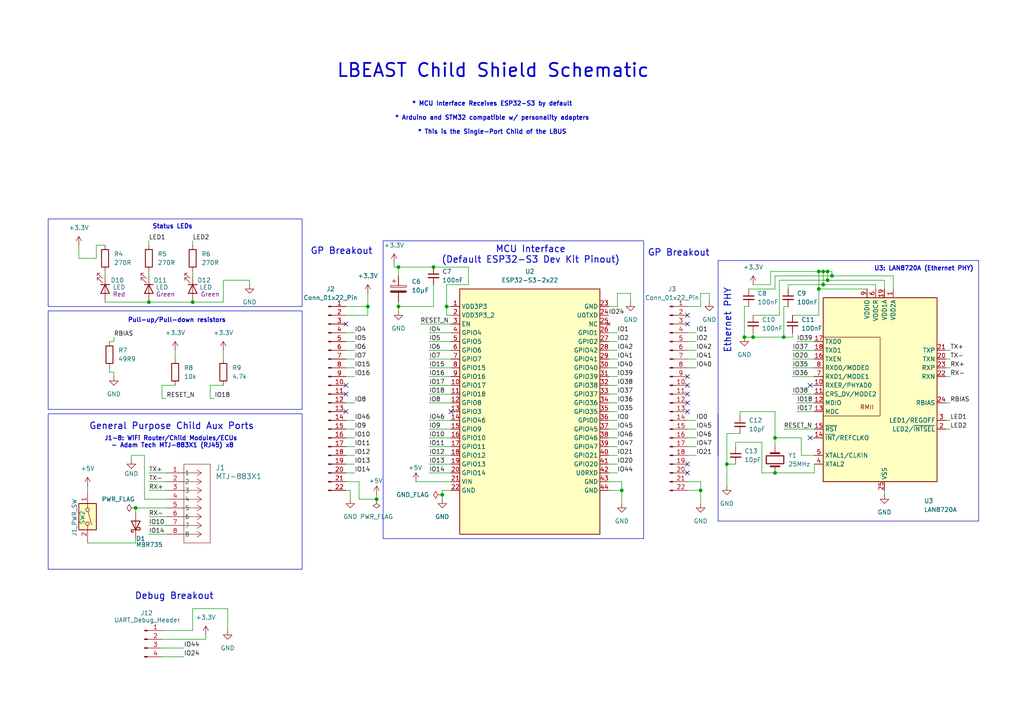
<source format=kicad_sch>
(kicad_sch (version 20250114) (generator "eeschema") (generator_version "9.0")
  (paper "A4")
  (title_block (title "LBEAST Child Shield") (date "2025-11-16") (rev "0.1") (company "LBEAST") (comment 1 "Universal Shield with 8 Aux Ports") (comment 2 "Supports ESP32-S3 Dev Kit as default interface") (comment 3 "Supports ESP variants, STM32, and Arduino with personality adapters"))
  (lib_symbols
    (symbol "Connector:Conn_01x04_Pin" (pin_names (offset 1.016) (hide yes))
      (property "Reference" "J" (at 0 5.08 0))
      (property "Value" "Conn_01x04_Pin" (at 0 -7.62 0))
      (symbol "Conn_01x04_Pin_1_1"
        (pin passive line (at 5.08 2.54 180) (length 3.81) (name "Pin_1") (number "1"))
        (pin passive line (at 5.08 0 180) (length 3.81) (name "Pin_2") (number "2"))
        (pin passive line (at 5.08 -2.54 180) (length 3.81) (name "Pin_3") (number "3"))
        (pin passive line (at 5.08 -5.08 180) (length 3.81) (name "Pin_4") (number "4"))
      )
    )
    (symbol "Connector:Conn_01x22_Pin" (pin_names (offset 1.016) (hide yes))
      (property "Reference" "J" (at 0 27.94 0))
      (property "Value" "Conn_01x22_Pin" (at 0 -30.48 0))
      (symbol "Conn_01x22_Pin_1_1"
        (pin passive line (at 5.08 25.4 180) (length 3.81) (name "Pin_1") (number "1"))
        (pin passive line (at 5.08 22.86 180) (length 3.81) (name "Pin_2") (number "2"))
        (pin passive line (at 5.08 20.32 180) (length 3.81) (name "Pin_3") (number "3"))
        (pin passive line (at 5.08 17.78 180) (length 3.81) (name "Pin_4") (number "4"))
        (pin passive line (at 5.08 15.24 180) (length 3.81) (name "Pin_5") (number "5"))
        (pin passive line (at 5.08 12.7 180) (length 3.81) (name "Pin_6") (number "6"))
        (pin passive line (at 5.08 10.16 180) (length 3.81) (name "Pin_7") (number "7"))
        (pin passive line (at 5.08 7.62 180) (length 3.81) (name "Pin_8") (number "8"))
        (pin passive line (at 5.08 5.08 180) (length 3.81) (name "Pin_9") (number "9"))
        (pin passive line (at 5.08 2.54 180) (length 3.81) (name "Pin_10") (number "10"))
        (pin passive line (at 5.08 0 180) (length 3.81) (name "Pin_11") (number "11"))
        (pin passive line (at 5.08 -2.54 180) (length 3.81) (name "Pin_12") (number "12"))
        (pin passive line (at 5.08 -5.08 180) (length 3.81) (name "Pin_13") (number "13"))
        (pin passive line (at 5.08 -7.62 180) (length 3.81) (name "Pin_14") (number "14"))
        (pin passive line (at 5.08 -10.16 180) (length 3.81) (name "Pin_15") (number "15"))
        (pin passive line (at 5.08 -12.7 180) (length 3.81) (name "Pin_16") (number "16"))
        (pin passive line (at 5.08 -15.24 180) (length 3.81) (name "Pin_17") (number "17"))
        (pin passive line (at 5.08 -17.78 180) (length 3.81) (name "Pin_18") (number "18"))
        (pin passive line (at 5.08 -20.32 180) (length 3.81) (name "Pin_19") (number "19"))
        (pin passive line (at 5.08 -22.86 180) (length 3.81) (name "Pin_20") (number "20"))
        (pin passive line (at 5.08 -25.4 180) (length 3.81) (name "Pin_21") (number "21"))
        (pin passive line (at 5.08 -27.94 180) (length 3.81) (name "Pin_22") (number "22"))
      )
    )
    (symbol "Device:C_Polarized" (pin_numbers (hide yes)) (pin_names (offset 0.254))
      (property "Reference" "C" (at 0.635 2.54 0))
      (property "Value" "C_Polarized" (at 0.635 -2.54 0))
      (symbol "C_Polarized_1_1"
        (pin passive line (at 0 3.81 270) (length 2.794) (name "~") (number "1"))
        (pin passive line (at 0 -3.81 90) (length 2.794) (name "~") (number "2"))
      )
    )
    (symbol "Device:C_Small" (pin_numbers (hide yes)) (pin_names (offset 0.254) (hide yes))
      (property "Reference" "C" (at 0.254 1.778 0))
      (property "Value" "C_Small" (at 0.254 -2.032 0))
      (symbol "C_Small_1_1"
        (pin passive line (at 0 2.54 270) (length 2.032) (name "~") (number "1"))
        (pin passive line (at 0 -2.54 90) (length 2.032) (name "~") (number "2"))
      )
    )
    (symbol "Device:Crystal" (pin_numbers (hide yes)) (pin_names (offset 1.016) (hide yes))
      (property "Reference" "Y" (at 0 3.81 0))
      (property "Value" "Crystal" (at 0 -3.81 0))
      (symbol "Crystal_1_1"
        (pin passive line (at -3.81 0 0) (length 1.27) (name "1") (number "1"))
        (pin passive line (at 3.81 0 180) (length 1.27) (name "2") (number "2"))
      )
    )
    (symbol "Device:LED" (pin_numbers (hide yes)) (pin_names (offset 1.016) (hide yes))
      (property "Reference" "D" (at 0 2.54 0))
      (property "Value" "LED" (at 0 -2.54 0))
      (symbol "LED_1_1"
        (pin passive line (at -3.81 0 0) (length 2.54) (name "K") (number "1"))
        (pin passive line (at 3.81 0 180) (length 2.54) (name "A") (number "2"))
      )
    )
    (symbol "Device:R" (pin_numbers (hide yes)) (pin_names (offset 0))
      (property "Reference" "R" (at 2.032 0 90))
      (property "Value" "R" (at 0 0 90))
      (symbol "R_1_1"
        (pin passive line (at 0 3.81 270) (length 1.27) (name "~") (number "1"))
        (pin passive line (at 0 -3.81 90) (length 1.27) (name "~") (number "2"))
      )
    )
    (symbol "Diode:MBR735" (pin_numbers (hide yes)) (pin_names (offset 1.016) (hide yes))
      (property "Reference" "D" (at 0 2.54 0))
      (property "Value" "MBR735" (at 0 -2.54 0))
      (symbol "MBR735_1_1"
        (pin passive line (at -3.81 0 0) (length 2.54) (name "K") (number "1"))
        (pin passive line (at 3.81 0 180) (length 2.54) (name "A") (number "2"))
      )
    )
    (symbol "ESP32-S3-2x22:ESP32-S3-2x22"
      (property "Reference" "U" (at 0 40.64 0))
      (property "Value" "ESP32-S3-2x22" (at 0 38.1 0))
      (symbol "ESP32-S3-2x22_1_1"
        (pin power_out line (at -22.86 30.48 0) (length 2.54) (name "VDD3P3") (number "1"))
        (pin power_out line (at -22.86 27.94 0) (length 2.54) (name "VDD3P3_2") (number "2"))
        (pin input line (at -22.86 25.4 0) (length 2.54) (name "EN") (number "3"))
        (pin input line (at -22.86 22.86 0) (length 2.54) (name "GPIO4") (number "4"))
        (pin input line (at -22.86 20.32 0) (length 2.54) (name "GPIO5") (number "5"))
        (pin input line (at -22.86 17.78 0) (length 2.54) (name "GPIO6") (number "6"))
        (pin input line (at -22.86 15.24 0) (length 2.54) (name "GPIO7") (number "7"))
        (pin output line (at -22.86 12.7 0) (length 2.54) (name "GPIO15") (number "8"))
        (pin output line (at -22.86 10.16 0) (length 2.54) (name "GPIO16") (number "9"))
        (pin bidirectional line (at -22.86 7.62 0) (length 2.54) (name "GPIO17") (number "10"))
        (pin bidirectional line (at -22.86 5.08 0) (length 2.54) (name "GPIO18") (number "11"))
        (pin input line (at -22.86 2.54 0) (length 2.54) (name "GPIO8") (number "12"))
        (pin bidirectional line (at -22.86 0 0) (length 2.54) (name "GPIO3") (number "13"))
        (pin bidirectional line (at -22.86 -2.54 0) (length 2.54) (name "GPIO46") (number "14"))
        (pin input line (at -22.86 -5.08 0) (length 2.54) (name "GPIO9") (number "15"))
        (pin input line (at -22.86 -7.62 0) (length 2.54) (name "GPIO10") (number "16"))
        (pin input line (at -22.86 -10.16 0) (length 2.54) (name "GPIO11") (number "17"))
        (pin output line (at -22.86 -12.7 0) (length 2.54) (name "GPIO12") (number "18"))
        (pin output line (at -22.86 -15.24 0) (length 2.54) (name "GPIO13") (number "19"))
        (pin output line (at -22.86 -17.78 0) (length 2.54) (name "GPIO14") (number "20"))
        (pin passive line (at -22.86 -20.32 0) (length 2.54) (name "VIN") (number "21"))
        (pin power_in line (at -22.86 -22.86 0) (length 2.54) (name "GND") (number "22"))
        (pin power_in line (at 22.86 30.48 180) (length 2.54) (name "GND") (number "23"))
        (pin output line (at 22.86 27.94 180) (length 2.54) (name "U0TXD") (number "24"))
        (pin no_connect line (at 22.86 25.4 180) (length 2.54) (name "NC") (number "25"))
        (pin output line (at 22.86 22.86 180) (length 2.54) (name "GPIO1") (number "26"))
        (pin output line (at 22.86 20.32 180) (length 2.54) (name "GPIO2") (number "27"))
        (pin bidirectional line (at 22.86 17.78 180) (length 2.54) (name "GPIO42") (number "28"))
        (pin bidirectional line (at 22.86 15.24 180) (length 2.54) (name "GPIO41") (number "29"))
        (pin bidirectional line (at 22.86 12.7 180) (length 2.54) (name "GPIO40") (number "30"))
        (pin output line (at 22.86 10.16 180) (length 2.54) (name "GPIO39") (number "31"))
        (pin bidirectional line (at 22.86 7.62 180) (length 2.54) (name "GPIO38") (number "32"))
        (pin bidirectional line (at 22.86 5.08 180) (length 2.54) (name "GPIO37") (number "33"))
        (pin bidirectional line (at 22.86 2.54 180) (length 2.54) (name "GPIO36") (number "34"))
        (pin bidirectional line (at 22.86 0 180) (length 2.54) (name "GPIO35") (number "35"))
        (pin input line (at 22.86 -2.54 180) (length 2.54) (name "GPIO0") (number "36"))
        (pin bidirectional line (at 22.86 -5.08 180) (length 2.54) (name "GPIO45") (number "37"))
        (pin bidirectional line (at 22.86 -7.62 180) (length 2.54) (name "GPIO46") (number "38"))
        (pin bidirectional line (at 22.86 -10.16 180) (length 2.54) (name "GPIO47") (number "39"))
        (pin bidirectional line (at 22.86 -12.7 180) (length 2.54) (name "GPIO21") (number "40"))
        (pin bidirectional line (at 22.86 -15.24 180) (length 2.54) (name "GPIO20") (number "41"))
        (pin input line (at 22.86 -17.78 180) (length 2.54) (name "U0RXD") (number "42"))
        (pin power_in line (at 22.86 -20.32 180) (length 2.54) (name "GND") (number "43"))
        (pin power_in line (at 22.86 -22.86 180) (length 2.54) (name "GND") (number "44"))
      )
    )
    (symbol "Interface_Ethernet:LAN8720A"
      (property "Reference" "U" (at -13.97 29.21 0))
      (property "Value" "LAN8720A" (at 15.24 29.21 0))
      (symbol "LAN8720A_0_0"
        (text "RMII" (at -5.08 -3.81 0) (effects (font (size 1.27 1.27))))
      )
      (symbol "LAN8720A_1_1"
        (pin input line (at -20.32 15.24 0) (length 2.54) (name "TXD0") (number "17"))
        (pin input line (at -20.32 12.7 0) (length 2.54) (name "TXD1") (number "18"))
        (pin input line (at -20.32 10.16 0) (length 2.54) (name "TXEN") (number "16"))
        (pin bidirectional line (at -20.32 7.62 0) (length 2.54) (name "RXD0/MODE0") (number "8"))
        (pin bidirectional line (at -20.32 5.08 0) (length 2.54) (name "RXD1/MODE1") (number "7"))
        (pin output line (at -20.32 2.54 0) (length 2.54) (name "RXER/PHYAD0") (number "10"))
        (pin bidirectional line (at -20.32 0 0) (length 2.54) (name "CRS_DV/MODE2") (number "11"))
        (pin bidirectional line (at -20.32 -2.54 0) (length 2.54) (name "MDIO") (number "12"))
        (pin input line (at -20.32 -5.08 0) (length 2.54) (name "MDC") (number "13"))
        (pin input line (at -20.32 -10.16 0) (length 2.54) (name "~{RST}") (number "15"))
        (pin output line (at -20.32 -12.7 0) (length 2.54) (name "~{INT}/REFCLKO") (number "14"))
        (pin input line (at -20.32 -17.78 0) (length 2.54) (name "XTAL1/CLKIN") (number "5"))
        (pin output line (at -20.32 -20.32 0) (length 2.54) (name "XTAL2") (number "4"))
        (pin power_in line (at -5.08 30.48 270) (length 2.54) (name "VDDIO") (number "9"))
        (pin power_in line (at -2.54 30.48 270) (length 2.54) (name "VDDCR") (number "6"))
        (pin power_in line (at 0 30.48 270) (length 2.54) (name "VDD1A") (number "19"))
        (pin power_in line (at 0 -27.94 90) (length 2.54) (name "VSS") (number "25"))
        (pin power_in line (at 2.54 30.48 270) (length 2.54) (name "VDD2A") (number "1"))
        (pin bidirectional line (at 17.78 12.7 180) (length 2.54) (name "TXP") (number "21"))
        (pin bidirectional line (at 17.78 10.16 180) (length 2.54) (name "TXN") (number "20"))
        (pin bidirectional line (at 17.78 7.62 180) (length 2.54) (name "RXP") (number "23"))
        (pin bidirectional line (at 17.78 5.08 180) (length 2.54) (name "RXN") (number "22"))
        (pin passive line (at 17.78 -2.54 180) (length 2.54) (name "RBIAS") (number "24"))
        (pin bidirectional line (at 17.78 -7.62 180) (length 2.54) (name "LED1/REGOFF") (number "3"))
        (pin bidirectional line (at 17.78 -10.16 180) (length 2.54) (name "LED2/~{INTSEL}") (number "2"))
      )
    )
    (symbol "LBEAST_Symbols:MTJ-883X1" (pin_names (offset 0.254))
      (property "Reference" "J1" (at 14.224 1.524 0))
      (property "Value" "MTJ-883X1" (at 14.224 -1.016 0))
      (symbol "MTJ-883X1_1_1"
        (pin bidirectional line (at 0 0 0) (length 5.08) (name "1") (number "1"))
        (pin bidirectional line (at 0 -2.54 0) (length 5.08) (name "2") (number "2"))
        (pin bidirectional line (at 0 -5.08 0) (length 5.08) (name "3") (number "3"))
        (pin power_in line (at 0 -7.62 0) (length 5.08) (name "4") (number "4"))
        (pin power_in line (at 0 -10.16 0) (length 5.08) (name "5") (number "5"))
        (pin bidirectional line (at 0 -12.7 0) (length 5.08) (name "6") (number "6"))
        (pin bidirectional line (at 0 -15.24 0) (length 5.08) (name "7") (number "7"))
        (pin bidirectional line (at 0 -17.78 0) (length 5.08) (name "8") (number "8"))
      )
      (symbol "MTJ-883X1_1_2"
        (pin unspecified line (at 0 0 0) (length 5.08) (name "1") (number "1"))
        (pin unspecified line (at 0 -2.54 0) (length 5.08) (name "2") (number "2"))
        (pin unspecified line (at 0 -5.08 0) (length 5.08) (name "3") (number "3"))
        (pin unspecified line (at 0 -7.62 0) (length 5.08) (name "4") (number "4"))
        (pin unspecified line (at 0 -10.16 0) (length 5.08) (name "5") (number "5"))
        (pin unspecified line (at 0 -12.7 0) (length 5.08) (name "6") (number "6"))
        (pin unspecified line (at 0 -15.24 0) (length 5.08) (name "7") (number "7"))
        (pin unspecified line (at 0 -17.78 0) (length 5.08) (name "8") (number "8"))
      )
    )
    (symbol "Switch:SW_DIP_x01" (pin_names (offset 0) (hide yes))
      (property "Reference" "SW" (at 0 3.81 0))
      (property "Value" "SW_DIP_x01" (at 0 -3.81 0))
      (symbol "SW_DIP_x01_1_1"
        (pin passive line (at -7.62 0 0) (length 5.08) (name "~") (number "1"))
        (pin passive line (at 7.62 0 180) (length 5.08) (name "~") (number "2"))
      )
    )
    (symbol "power:+3.3V" (power) (pin_numbers (hide yes)) (pin_names (offset 0) (hide yes))
      (property "Value" "+3.3V" (at 0 3.556 0))
      (symbol "+3.3V_1_1"
        (pin power_in line (at 0 0 90) (length 0) (name "~") (number "1"))
      )
    )
    (symbol "power:+5V" (power) (pin_numbers (hide yes)) (pin_names (offset 0) (hide yes))
      (property "Value" "+5V" (at 0 3.556 0))
      (symbol "+5V_1_1"
        (pin power_in line (at 0 0 90) (length 0) (name "~") (number "1"))
      )
    )
    (symbol "power:GND" (power) (pin_numbers (hide yes)) (pin_names (offset 0) (hide yes))
      (property "Value" "GND" (at 0 -3.81 0))
      (symbol "GND_1_1"
        (pin power_in line (at 0 0 270) (length 0) (name "~") (number "1"))
      )
    )
    (symbol "power:PWR_FLAG" (power) (pin_numbers (hide yes)) (pin_names (offset 0) (hide yes))
      (property "Value" "PWR_FLAG" (at 0 3.81 0))
      (symbol "PWR_FLAG_0_0"
        (pin power_out line (at 0 0 90) (length 0) (name "~") (number "1"))
      )
    )
  )
  (rectangle (start 111.125 69.85) (end 186.69 156.21))
  (rectangle (start 13.97 90.17) (end 87.63 118.745))
  (rectangle (start 13.97 120.015) (end 87.63 165.1))
  (rectangle (start 13.97 63.5) (end 87.63 88.9))
  (text "GP Breakout" (at 99.06 72.898 0) (effects (font (size 1.905 1.905) (thickness 0.254))))
  (text "J1-8: WiFi Router/Child Modules/ECUs \n- Adam Tech MTJ-883X1 (RJ45) x8" (at 50.038 128.27 0) (effects (font (size 1.27 1.27) (thickness 0.254))))
  (text "General Purpose Child Aux Ports" (at 49.784 123.698 0) (effects (font (size 1.905 1.905) (thickness 0.254))))
  (text "Debug Breakout" (at 50.546 172.974 0) (effects (font (size 1.905 1.905) (thickness 0.254))))
  (text "Ethernet PHY" (at 211.074 92.964 90) (effects (font (size 1.905 1.905) (thickness 0.254))))
  (text "Pull-up/Pull-down resistors" (at 51.308 92.964 0) (effects (font (size 1.27 1.27) (thickness 0.254))))
  (text "U3: LAN8720A (Ethernet PHY)" (at 267.97 77.978 0) (effects (font (size 1.27 1.27) (thickness 0.254))))
  (text "GP Breakout" (at 196.85 73.406 0) (effects (font (size 1.905 1.905) (thickness 0.254))))
  (text "* MCU Interface Receives ESP32-S3 by default\n\n* Arduino and STM32 compatible w/ personality adapters\n\n* This is the Single-Port Child of the LBUS" (at 142.748 34.29 0) (effects (font (size 1.27 1.27) (thickness 0.254))))
  (text "LBEAST Child Shield Schematic" (at 143.002 20.574 0) (effects (font (size 3.81 3.81) (thickness 0.508))))
  (text "Status LEDs" (at 50.038 65.786 0) (effects (font (size 1.27 1.27) (thickness 0.254))))
  (text "MCU Interface\n(Default ESP32-S3 Dev Kit Pinout)" (at 153.924 73.914 0) (effects (font (size 1.905 1.905) (thickness 0.254))))
  (junction (at 115.57 77.47))
  (junction (at 240.03 81.28))
  (junction (at 218.44 97.79))
  (junction (at 241.3 80.01))
  (junction (at 237.49 83.82))
  (junction (at 240.03 78.74))
  (junction (at 238.76 78.74))
  (junction (at 237.49 78.74))
  (junction (at 180.34 142.24))
  (junction (at 215.9 97.79))
  (junction (at 224.79 127))
  (junction (at 210.82 134.62))
  (junction (at 39.37 147.32))
  (junction (at 129.54 88.9))
  (junction (at 125.73 77.47))
  (junction (at 106.68 88.9))
  (junction (at 55.88 87.63))
  (junction (at 43.18 87.63))
  (junction (at 238.76 82.55))
  (junction (at 203.2 142.24))
  (junction (at 115.57 88.9))
  (junction (at 109.22 144.78))
  (junction (at 227.33 97.79))
  (junction (at 224.79 137.16))
  (junction (at 128.27 143.51))
  (no_connect (at 100.33 111.76))
  (no_connect (at 100.33 119.38))
  (no_connect (at 199.39 114.3))
  (no_connect (at 199.39 119.38))
  (no_connect (at 199.39 91.44))
  (no_connect (at 199.39 116.84))
  (no_connect (at 234.95 111.76))
  (no_connect (at 234.95 127))
  (no_connect (at 100.33 114.3))
  (no_connect (at 199.39 109.22))
  (no_connect (at 199.39 134.62))
  (no_connect (at 199.39 111.76))
  (no_connect (at 199.39 93.98))
  (no_connect (at 100.33 93.98))
  (no_connect (at 199.39 137.16))
  (no_connect (at 130.81 119.38))
  (wire (pts (xy 128.27 143.51) (xy 128.27 144.78)))
  (wire (pts (xy 124.46 99.06) (xy 130.81 99.06)))
  (wire (pts (xy 33.02 107.95) (xy 33.02 109.22)))
  (wire (pts (xy 43.18 149.86) (xy 48.26 149.86)))
  (wire (pts (xy 115.57 90.17) (xy 115.57 88.9)))
  (wire (pts (xy 274.32 124.46) (xy 275.59 124.46)))
  (wire (pts (xy 124.46 134.62) (xy 130.81 134.62)))
  (wire (pts (xy 128.27 142.24) (xy 128.27 143.51)))
  (wire (pts (xy 213.36 128.27) (xy 213.36 129.54)))
  (wire (pts (xy 46.99 190.5) (xy 53.34 190.5)))
  (wire (pts (xy 199.39 88.9) (xy 203.2 88.9)))
  (wire (pts (xy 60.96 111.76) (xy 60.96 115.57)))
  (wire (pts (xy 124.46 111.76) (xy 130.81 111.76)))
  (wire (pts (xy 224.79 127) (xy 232.41 127)))
  (wire (pts (xy 240.03 81.28) (xy 240.03 78.74)))
  (wire (pts (xy 100.33 129.54) (xy 102.87 129.54)))
  (wire (pts (xy 223.52 78.74) (xy 223.52 82.55)))
  (wire (pts (xy 46.99 115.57) (xy 48.26 115.57)))
  (wire (pts (xy 55.88 87.63) (xy 64.77 87.63)))
  (wire (pts (xy 100.33 132.08) (xy 102.87 132.08)))
  (wire (pts (xy 228.6 82.55) (xy 228.6 83.82)))
  (wire (pts (xy 229.87 97.79) (xy 227.33 97.79)))
  (wire (pts (xy 210.82 134.62) (xy 210.82 140.97)))
  (wire (pts (xy 129.54 88.9) (xy 129.54 91.44)))
  (wire (pts (xy 210.82 125.73) (xy 210.82 134.62)))
  (wire (pts (xy 199.39 99.06) (xy 201.93 99.06)))
  (wire (pts (xy 124.46 121.92) (xy 130.81 121.92)))
  (wire (pts (xy 46.99 187.96) (xy 53.34 187.96)))
  (wire (pts (xy 226.06 81.28) (xy 226.06 91.44)))
  (wire (pts (xy 25.4 140.97) (xy 25.4 142.24)))
  (wire (pts (xy 129.54 82.55) (xy 135.89 82.55)))
  (wire (pts (xy 100.33 127) (xy 102.87 127)))
  (wire (pts (xy 203.2 139.7) (xy 203.2 142.24)))
  (wire (pts (xy 100.33 134.62) (xy 102.87 134.62)))
  (wire (pts (xy 203.2 88.9) (xy 203.2 85.09)))
  (wire (pts (xy 241.3 78.74) (xy 240.03 78.74)))
  (wire (pts (xy 130.81 91.44) (xy 129.54 91.44)))
  (wire (pts (xy 43.18 87.63) (xy 55.88 87.63)))
  (wire (pts (xy 176.53 129.54) (xy 179.07 129.54)))
  (wire (pts (xy 176.53 127) (xy 179.07 127)))
  (wire (pts (xy 226.06 91.44) (xy 218.44 91.44)))
  (wire (pts (xy 100.33 101.6) (xy 102.87 101.6)))
  (wire (pts (xy 124.46 96.52) (xy 130.81 96.52)))
  (wire (pts (xy 31.75 99.06) (xy 33.02 99.06)))
  (wire (pts (xy 199.39 127) (xy 201.93 127)))
  (wire (pts (xy 238.76 82.55) (xy 238.76 78.74)))
  (wire (pts (xy 124.46 106.68) (xy 130.81 106.68)))
  (wire (pts (xy 234.95 111.76) (xy 236.22 111.76)))
  (wire (pts (xy 33.02 107.95) (xy 31.75 107.95)))
  (wire (pts (xy 205.74 85.09) (xy 205.74 87.63)))
  (polyline (pts (xy 208.28 120.015) (xy 208.28 132.08)))
  (wire (pts (xy 176.53 132.08) (xy 179.07 132.08)))
  (wire (pts (xy 27.94 74.93) (xy 27.94 71.12)))
  (wire (pts (xy 66.04 176.53) (xy 66.04 182.88)))
  (wire (pts (xy 241.3 80.01) (xy 241.3 78.74)))
  (wire (pts (xy 46.99 111.76) (xy 46.99 115.57)))
  (wire (pts (xy 114.3 77.47) (xy 115.57 77.47)))
  (wire (pts (xy 274.32 104.14) (xy 275.59 104.14)))
  (wire (pts (xy 129.54 88.9) (xy 130.81 88.9)))
  (wire (pts (xy 130.81 142.24) (xy 128.27 142.24)))
  (wire (pts (xy 22.86 74.93) (xy 22.86 71.12)))
  (wire (pts (xy 274.32 121.92) (xy 275.59 121.92)))
  (wire (pts (xy 124.46 114.3) (xy 130.81 114.3)))
  (wire (pts (xy 124.46 132.08) (xy 130.81 132.08)))
  (wire (pts (xy 59.69 185.42) (xy 59.69 184.15)))
  (wire (pts (xy 106.68 91.44) (xy 106.68 88.9)))
  (wire (pts (xy 120.65 139.7) (xy 130.81 139.7)))
  (wire (pts (xy 100.33 96.52) (xy 102.87 96.52)))
  (wire (pts (xy 129.54 82.55) (xy 129.54 88.9)))
  (wire (pts (xy 229.87 109.22) (xy 236.22 109.22)))
  (wire (pts (xy 43.18 154.94) (xy 48.26 154.94)))
  (wire (pts (xy 46.99 111.76) (xy 50.8 111.76)))
  (polyline (pts (xy 283.21 75.565) (xy 283.845 75.565)))
  (wire (pts (xy 22.86 74.93) (xy 27.94 74.93)))
  (wire (pts (xy 217.17 83.82) (xy 224.79 83.82)))
  (wire (pts (xy 220.98 128.27) (xy 213.36 128.27)))
  (wire (pts (xy 199.39 129.54) (xy 201.93 129.54)))
  (wire (pts (xy 41.91 132.08) (xy 38.1 132.08)))
  (wire (pts (xy 224.79 119.38) (xy 214.63 119.38)))
  (wire (pts (xy 240.03 78.74) (xy 238.76 78.74)))
  (wire (pts (xy 203.2 85.09) (xy 205.74 85.09)))
  (wire (pts (xy 50.8 104.14) (xy 50.8 101.6)))
  (wire (pts (xy 39.37 147.32) (xy 39.37 148.59)))
  (wire (pts (xy 43.18 78.74) (xy 43.18 80.01)))
  (wire (pts (xy 220.98 137.16) (xy 224.79 137.16)))
  (wire (pts (xy 180.34 142.24) (xy 180.34 146.05)))
  (wire (pts (xy 176.53 137.16) (xy 179.07 137.16)))
  (polyline (pts (xy 208.28 120.015) (xy 208.28 120.015)))
  (wire (pts (xy 114.3 76.2) (xy 114.3 77.47)))
  (polyline (pts (xy 208.28 75.565) (xy 208.28 139.065)))
  (wire (pts (xy 176.53 111.76) (xy 179.07 111.76)))
  (wire (pts (xy 256.54 143.51) (xy 256.54 142.24)))
  (wire (pts (xy 259.08 80.01) (xy 241.3 80.01)))
  (wire (pts (xy 274.32 101.6) (xy 275.59 101.6)))
  (wire (pts (xy 55.88 69.85) (xy 55.88 71.12)))
  (wire (pts (xy 228.6 88.9) (xy 227.33 88.9)))
  (wire (pts (xy 176.53 104.14) (xy 179.07 104.14)))
  (wire (pts (xy 179.07 85.09) (xy 182.88 85.09)))
  (wire (pts (xy 48.26 147.32) (xy 39.37 147.32)))
  (wire (pts (xy 135.89 82.55) (xy 135.89 77.47)))
  (wire (pts (xy 55.88 176.53) (xy 66.04 176.53)))
  (wire (pts (xy 234.95 127) (xy 236.22 127)))
  (wire (pts (xy 176.53 134.62) (xy 179.07 134.62)))
  (wire (pts (xy 238.76 78.74) (xy 237.49 78.74)))
  (wire (pts (xy 217.17 88.9) (xy 215.9 88.9)))
  (wire (pts (xy 176.53 116.84) (xy 179.07 116.84)))
  (wire (pts (xy 232.41 132.08) (xy 236.22 132.08)))
  (wire (pts (xy 254 83.82) (xy 254 82.55)))
  (wire (pts (xy 41.91 144.78) (xy 48.26 144.78)))
  (wire (pts (xy 214.63 125.73) (xy 210.82 125.73)))
  (wire (pts (xy 46.99 185.42) (xy 59.69 185.42)))
  (wire (pts (xy 125.73 77.47) (xy 135.89 77.47)))
  (wire (pts (xy 199.39 101.6) (xy 201.93 101.6)))
  (polyline (pts (xy 208.28 151.13) (xy 283.845 151.13)))
  (wire (pts (xy 100.33 91.44) (xy 106.68 91.44)))
  (wire (pts (xy 223.52 82.55) (xy 218.44 82.55)))
  (wire (pts (xy 124.46 129.54) (xy 130.81 129.54)))
  (wire (pts (xy 215.9 97.79) (xy 218.44 97.79)))
  (polyline (pts (xy 283.845 151.13) (xy 283.845 75.565)))
  (wire (pts (xy 38.1 132.08) (xy 38.1 133.35)))
  (wire (pts (xy 214.63 119.38) (xy 214.63 120.65)))
  (wire (pts (xy 100.33 139.7) (xy 104.14 139.7)))
  (wire (pts (xy 176.53 114.3) (xy 179.07 114.3)))
  (wire (pts (xy 256.54 83.82) (xy 256.54 81.28)))
  (wire (pts (xy 229.87 96.52) (xy 229.87 97.79)))
  (wire (pts (xy 124.46 124.46) (xy 130.81 124.46)))
  (wire (pts (xy 229.87 101.6) (xy 236.22 101.6)))
  (wire (pts (xy 31.75 107.95) (xy 31.75 106.68)))
  (wire (pts (xy 43.18 139.7) (xy 48.26 139.7)))
  (wire (pts (xy 43.18 152.4) (xy 48.26 152.4)))
  (wire (pts (xy 100.33 137.16) (xy 102.87 137.16)))
  (wire (pts (xy 72.39 81.28) (xy 72.39 82.55)))
  (wire (pts (xy 274.32 116.84) (xy 275.59 116.84)))
  (wire (pts (xy 100.33 142.24) (xy 101.6 142.24)))
  (wire (pts (xy 180.34 139.7) (xy 180.34 142.24)))
  (wire (pts (xy 30.48 87.63) (xy 43.18 87.63)))
  (wire (pts (xy 55.88 182.88) (xy 55.88 176.53)))
  (wire (pts (xy 64.77 104.14) (xy 64.77 101.6)))
  (wire (pts (xy 215.9 88.9) (xy 215.9 97.79)))
  (wire (pts (xy 227.33 88.9) (xy 227.33 97.79)))
  (wire (pts (xy 109.22 143.51) (xy 109.22 144.78)))
  (wire (pts (xy 176.53 119.38) (xy 179.07 119.38)))
  (wire (pts (xy 124.46 127) (xy 130.81 127)))
  (wire (pts (xy 100.33 99.06) (xy 102.87 99.06)))
  (wire (pts (xy 124.46 104.14) (xy 130.81 104.14)))
  (wire (pts (xy 30.48 78.74) (xy 30.48 80.01)))
  (wire (pts (xy 115.57 77.47) (xy 115.57 80.01)))
  (wire (pts (xy 27.94 71.12) (xy 30.48 71.12)))
  (wire (pts (xy 100.33 116.84) (xy 102.87 116.84)))
  (wire (pts (xy 231.14 119.38) (xy 236.22 119.38)))
  (wire (pts (xy 46.99 182.88) (xy 55.88 182.88)))
  (wire (pts (xy 125.73 88.9) (xy 115.57 88.9)))
  (wire (pts (xy 231.14 99.06) (xy 236.22 99.06)))
  (wire (pts (xy 199.39 106.68) (xy 201.93 106.68)))
  (wire (pts (xy 179.07 88.9) (xy 179.07 85.09)))
  (wire (pts (xy 43.18 142.24) (xy 48.26 142.24)))
  (wire (pts (xy 176.53 109.22) (xy 179.07 109.22)))
  (wire (pts (xy 176.53 99.06) (xy 179.07 99.06)))
  (wire (pts (xy 100.33 106.68) (xy 102.87 106.68)))
  (wire (pts (xy 274.32 109.22) (xy 275.59 109.22)))
  (wire (pts (xy 227.33 97.79) (xy 218.44 97.79)))
  (wire (pts (xy 176.53 124.46) (xy 179.07 124.46)))
  (wire (pts (xy 100.33 121.92) (xy 102.87 121.92)))
  (wire (pts (xy 100.33 124.46) (xy 102.87 124.46)))
  (wire (pts (xy 121.92 93.98) (xy 130.81 93.98)))
  (wire (pts (xy 182.88 85.09) (xy 182.88 87.63)))
  (wire (pts (xy 224.79 127) (xy 224.79 129.54)))
  (wire (pts (xy 224.79 137.16) (xy 236.22 137.16)))
  (wire (pts (xy 240.03 81.28) (xy 226.06 81.28)))
  (wire (pts (xy 236.22 134.62) (xy 236.22 137.16)))
  (wire (pts (xy 100.33 109.22) (xy 102.87 109.22)))
  (wire (pts (xy 224.79 80.01) (xy 224.79 83.82)))
  (wire (pts (xy 33.02 99.06) (xy 33.02 97.79)))
  (wire (pts (xy 55.88 78.74) (xy 55.88 80.01)))
  (wire (pts (xy 115.57 77.47) (xy 125.73 77.47)))
  (wire (pts (xy 213.36 134.62) (xy 210.82 134.62)))
  (wire (pts (xy 124.46 116.84) (xy 130.81 116.84)))
  (wire (pts (xy 259.08 83.82) (xy 259.08 80.01)))
  (wire (pts (xy 25.4 157.48) (xy 39.37 157.48)))
  (wire (pts (xy 43.18 137.16) (xy 48.26 137.16)))
  (wire (pts (xy 199.39 121.92) (xy 201.93 121.92)))
  (wire (pts (xy 60.96 115.57) (xy 62.23 115.57)))
  (wire (pts (xy 115.57 88.9) (xy 115.57 87.63)))
  (wire (pts (xy 220.98 137.16) (xy 220.98 128.27)))
  (wire (pts (xy 176.53 88.9) (xy 179.07 88.9)))
  (wire (pts (xy 176.53 139.7) (xy 180.34 139.7)))
  (wire (pts (xy 124.46 109.22) (xy 130.81 109.22)))
  (wire (pts (xy 176.53 101.6) (xy 179.07 101.6)))
  (wire (pts (xy 64.77 87.63) (xy 64.77 81.28)))
  (wire (pts (xy 124.46 101.6) (xy 130.81 101.6)))
  (wire (pts (xy 106.68 85.09) (xy 106.68 88.9)))
  (wire (pts (xy 100.33 104.14) (xy 102.87 104.14)))
  (wire (pts (xy 101.6 142.24) (xy 101.6 144.78)))
  (wire (pts (xy 39.37 156.21) (xy 39.37 157.48)))
  (wire (pts (xy 232.41 132.08) (xy 232.41 127)))
  (wire (pts (xy 104.14 139.7) (xy 104.14 144.78)))
  (wire (pts (xy 125.73 82.55) (xy 125.73 88.9)))
  (wire (pts (xy 274.32 106.68) (xy 275.59 106.68)))
  (wire (pts (xy 199.39 139.7) (xy 203.2 139.7)))
  (polyline (pts (xy 208.28 75.565) (xy 283.21 75.565)))
  (wire (pts (xy 176.53 106.68) (xy 179.07 106.68)))
  (wire (pts (xy 218.44 96.52) (xy 218.44 97.79)))
  (wire (pts (xy 64.77 81.28) (xy 72.39 81.28)))
  (wire (pts (xy 227.33 124.46) (xy 236.22 124.46)))
  (wire (pts (xy 237.49 91.44) (xy 229.87 91.44)))
  (wire (pts (xy 229.87 114.3) (xy 236.22 114.3)))
  (wire (pts (xy 176.53 142.24) (xy 180.34 142.24)))
  (wire (pts (xy 238.76 82.55) (xy 228.6 82.55)))
  (wire (pts (xy 176.53 121.92) (xy 179.07 121.92)))
  (wire (pts (xy 224.79 119.38) (xy 224.79 127)))
  (wire (pts (xy 176.53 96.52) (xy 179.07 96.52)))
  (wire (pts (xy 124.46 137.16) (xy 130.81 137.16)))
  (wire (pts (xy 251.46 83.82) (xy 237.49 83.82)))
  (wire (pts (xy 203.2 142.24) (xy 203.2 146.05)))
  (wire (pts (xy 199.39 104.14) (xy 201.93 104.14)))
  (wire (pts (xy 199.39 132.08) (xy 201.93 132.08)))
  (wire (pts (xy 229.87 106.68) (xy 236.22 106.68)))
  (wire (pts (xy 256.54 81.28) (xy 240.03 81.28)))
  (wire (pts (xy 237.49 83.82) (xy 237.49 91.44)))
  (wire (pts (xy 231.14 116.84) (xy 236.22 116.84)))
  (polyline (pts (xy 208.28 139.065) (xy 208.28 151.13)))
  (wire (pts (xy 237.49 78.74) (xy 223.52 78.74)))
  (wire (pts (xy 254 82.55) (xy 238.76 82.55)))
  (wire (pts (xy 199.39 124.46) (xy 201.93 124.46)))
  (wire (pts (xy 241.3 80.01) (xy 224.79 80.01)))
  (wire (pts (xy 199.39 142.24) (xy 203.2 142.24)))
  (wire (pts (xy 237.49 83.82) (xy 237.49 78.74)))
  (wire (pts (xy 100.33 88.9) (xy 106.68 88.9)))
  (wire (pts (xy 104.14 144.78) (xy 109.22 144.78)))
  (wire (pts (xy 41.91 144.78) (xy 41.91 132.08)))
  (wire (pts (xy 229.87 104.14) (xy 236.22 104.14)))
  (wire (pts (xy 43.18 69.85) (xy 43.18 71.12)))
  (wire (pts (xy 199.39 96.52) (xy 201.93 96.52)))
  (wire (pts (xy 60.96 111.76) (xy 64.77 111.76)))
  (label "IO9" (at 102.87 124.46 0))
  (label "IO8" (at 102.87 116.84 0))
  (label "LED1" (at 275.59 121.92 0))
  (label "IO16" (at 124.46 109.22 0))
  (label "IO38" (at 179.07 111.76 0))
  (label "IO46" (at 102.87 121.92 0))
  (label "IO42" (at 201.93 101.6 0))
  (label "IO39" (at 231.14 99.06 0))
  (label "IO15" (at 124.46 106.68 0))
  (label "IO16" (at 102.87 109.22 0))
  (label "IO5" (at 124.46 99.06 0))
  (label "IO35" (at 179.07 119.38 0))
  (label "IO18" (at 62.23 115.57 0))
  (label "IO35" (at 229.87 106.68 0))
  (label "RESET_N" (at 227.33 124.46 0))
  (label "IO8" (at 124.46 116.84 0))
  (label "RESET_N" (at 48.26 115.57 0))
  (label "IO10" (at 124.46 127 0))
  (label "TX-" (at 43.18 139.7 0))
  (label "IO46" (at 179.07 127 0))
  (label "IO42" (at 179.07 101.6 0))
  (label "IO20" (at 179.07 134.62 0))
  (label "IO6" (at 102.87 101.6 0))
  (label "IO14" (at 102.87 137.16 0))
  (label "IO45" (at 179.07 124.46 0))
  (label "IO40" (at 179.07 106.68 0))
  (label "IO12" (at 124.46 132.08 0))
  (label "IO10" (at 43.18 152.4 0))
  (label "IO4" (at 102.87 96.52 0))
  (label "IO7" (at 102.87 104.14 0))
  (label "IO15" (at 102.87 106.68 0))
  (label "IO40" (at 201.93 106.68 0))
  (label "IO36" (at 229.87 109.22 0))
  (label "IO41" (at 201.93 104.14 0))
  (label "TX-" (at 275.59 104.14 0))
  (label "LED2" (at 275.59 124.46 0))
  (label "IO44" (at 53.34 187.96 0))
  (label "IO41" (at 179.07 104.14 0))
  (label "RX-" (at 43.18 149.86 0))
  (label "IO18" (at 124.46 114.3 0))
  (label "IO37" (at 229.87 101.6 0))
  (label "IO14" (at 43.18 154.94 0))
  (label "IO39" (at 179.07 109.22 0))
  (label "IO1" (at 179.07 96.52 0))
  (label "IO47" (at 201.93 129.54 0))
  (label "IO12" (at 102.87 132.08 0))
  (label "RBIAS" (at 275.59 116.84 0))
  (label "IO46" (at 124.46 121.92 0))
  (label "IO7" (at 124.46 104.14 0))
  (label "IO1" (at 201.93 96.52 0))
  (label "IO4" (at 124.46 96.52 0))
  (label "IO21" (at 201.93 132.08 0))
  (label "IO9" (at 124.46 124.46 0))
  (label "IO2" (at 201.93 99.06 0))
  (label "IO21" (at 179.07 132.08 0))
  (label "IO11" (at 102.87 129.54 0))
  (label "IO36" (at 179.07 116.84 0))
  (label "IO47" (at 179.07 129.54 0))
  (label "IO0" (at 179.07 121.92 0))
  (label "LED1" (at 43.18 69.85 0))
  (label "RX-" (at 275.59 109.22 0))
  (label "IO18" (at 231.14 116.84 0))
  (label "IO24" (at 53.34 190.5 0))
  (label "IO45" (at 201.93 124.46 0))
  (label "IO17" (at 231.14 119.38 0))
  (label "TX+" (at 275.59 101.6 0))
  (label "IO20" (at 229.87 104.14 0))
  (label "IO6" (at 124.46 101.6 0))
  (label "TX+" (at 43.18 137.16 0))
  (label "IO37" (at 179.07 114.3 0))
  (label "IO44" (at 179.07 137.16 0))
  (label "RESET_N" (at 121.92 93.98 0))
  (label "IO24" (at 176.53 91.44 0))
  (label "RX+" (at 275.59 106.68 0))
  (label "IO17" (at 124.46 111.76 0))
  (label "IO38" (at 229.87 114.3 0))
  (label "IO11" (at 124.46 129.54 0))
  (label "IO2" (at 179.07 99.06 0))
  (label "RX+" (at 43.18 142.24 0))
  (label "IO13" (at 102.87 134.62 0))
  (label "IO10" (at 102.87 127 0))
  (label "IO5" (at 102.87 99.06 0))
  (label "LED2" (at 55.88 69.85 0))
  (label "IO46" (at 201.93 127 0))
  (label "IO0" (at 201.93 121.92 0))
  (label "IO14" (at 124.46 137.16 0))
  (label "RBIAS" (at 33.02 97.79 0))
  (label "IO13" (at 124.46 134.62 0))
  (symbol (lib_id "Device:LED") (at 30.48 83.82 270) (unit 1)
    (property "Reference" "D10" (at 34.036 81.28 90))
    (property "Value" "LED" (at 34.544 83.312 90))
    (property "Footprint" "LED_SMD:LED_0805_2012Metric" (effects (hide yes)))
    (property "Description" "Light emitting diode" (effects (hide yes)))
    (property "Sim.Pins" "1=K 2=A" (effects (hide yes)))
    (property "Color" "Red" (at 34.544 85.344 90))
  )
  (symbol (lib_id "power:GND") (at 180.34 146.05 0) (unit 1)
    (property "Reference" "#PWR025" (effects (hide yes)))
    (property "Value" "GND" (at 180.34 151.13 0))
    (property "Description" "Power symbol creates a global label with name \"GND\" , ground" (effects (hide yes)))
  )
  (symbol (lib_id "power:GND") (at 203.2 146.05 0) (unit 1)
    (property "Reference" "#PWR07" (effects (hide yes)))
    (property "Value" "GND" (at 203.2 151.13 0))
    (property "Description" "Power symbol creates a global label with name \"GND\" , ground" (effects (hide yes)))
  )
  (symbol (lib_id "Interface_Ethernet:LAN8720A") (at 256.54 114.3 0) (unit 1)
    (property "Reference" "U3" (at 267.97 145.288 0) (effects (justify left)))
    (property "Value" "LAN8720A" (at 267.97 147.828 0) (effects (justify left)))
    (property "Footprint" "Package_DFN_QFN:VQFN-24-1EP_4x4mm_P0.5mm_EP2.5x2.5mm_ThermalVias" (effects (hide yes)))
    (property "Datasheet" "http://ww1.microchip.com/downloads/en/DeviceDoc/8720a.pdf" (effects (hide yes)))
    (property "Description" "LAN8720 Ethernet PHY with RMII interface, QFN-24" (effects (hide yes)))
  )
  (symbol (lib_id "power:+3.3V") (at 50.8 101.6 0) (unit 1)
    (property "Reference" "#PWR042" (effects (hide yes)))
    (property "Value" "+3.3V" (at 50.8 96.52 0))
    (property "Description" "Power symbol creates a global label with name \"+3.3V\"" (effects (hide yes)))
  )
  (symbol (lib_id "Connector:Conn_01x22_Pin") (at 95.25 114.3 0) (unit 1)
    (property "Reference" "J2" (at 95.885 83.82 0))
    (property "Value" "Conn_01x22_Pin" (at 95.885 86.36 0))
    (property "Footprint" "Connector_PinHeader_2.54mm:PinHeader_1x22_P2.54mm_Vertical" (effects (hide yes)))
    (property "Description" "Generic connector, single row, 01x22, script generated" (effects (hide yes)))
  )
  (symbol (lib_id "Device:C_Small") (at 229.87 93.98 0) (unit 1)
    (property "Reference" "C11" (at 232.41 92.7162 0) (effects (justify left)))
    (property "Value" "100nF" (at 232.41 95.2562 0) (effects (justify left)))
    (property "Footprint" "Capacitor_SMD:C_0805_2012Metric" (effects (hide yes)))
    (property "Description" "Unpolarized capacitor, small symbol" (effects (hide yes)))
  )
  (symbol (lib_id "power:PWR_FLAG") (at 128.27 143.51 90) (unit 1)
    (property "Reference" "#FLG04" (effects (hide yes)))
    (property "Value" "GND_FLAG" (at 124.46 143.5099 90) (effects (justify left)))
    (property "Description" "Special symbol for telling ERC where power comes from" (effects (hide yes)))
  )
  (symbol (lib_id "Connector:Conn_01x04_Pin") (at 41.91 185.42 0) (unit 1)
    (property "Reference" "J12" (at 42.545 177.8 0))
    (property "Value" "UART_Debug_Header" (at 42.672 179.832 0))
    (property "Footprint" "Connector_PinHeader_2.54mm:PinHeader_1x04_P2.54mm_Vertical" (effects (hide yes)))
    (property "Description" "Generic connector, single row, 01x04, script generated" (effects (hide yes)))
  )
  (symbol (lib_id "Connector:Conn_01x22_Pin") (at 194.31 114.3 0) (unit 1)
    (property "Reference" "J3" (at 194.945 83.82 0))
    (property "Value" "Conn_01x22_Pin" (at 194.945 86.36 0))
    (property "Footprint" "Connector_PinHeader_2.54mm:PinHeader_1x22_P2.54mm_Vertical" (effects (hide yes)))
    (property "Description" "Generic connector, single row, 01x22, script generated" (effects (hide yes)))
  )
  (symbol (lib_id "Device:C_Small") (at 217.17 86.36 0) (unit 1)
    (property "Reference" "C8" (at 219.71 85.0962 0) (effects (justify left)))
    (property "Value" "100nF" (at 219.71 87.6362 0) (effects (justify left)))
    (property "Footprint" "Capacitor_SMD:C_0805_2012Metric" (effects (hide yes)))
    (property "Description" "Unpolarized capacitor, small symbol" (effects (hide yes)))
  )
  (symbol (lib_id "power:+3.3V") (at 59.69 184.15 0) (unit 1)
    (property "Reference" "#PWR014" (effects (hide yes)))
    (property "Value" "+3.3V" (at 59.69 179.07 0))
    (property "Description" "Power symbol creates a global label with name \"+3.3V\"" (effects (hide yes)))
  )
  (symbol (lib_id "Device:C_Small") (at 214.63 123.19 0) (unit 1)
    (property "Reference" "C12" (at 217.17 121.9262 0) (effects (justify left)))
    (property "Value" "10pF" (at 217.17 124.4662 0) (effects (justify left)))
    (property "Footprint" "Capacitor_SMD:C_0805_2012Metric" (effects (hide yes)))
    (property "Description" "Unpolarized capacitor, small symbol" (effects (hide yes)))
  )
  (symbol (lib_id "power:GND") (at 205.74 87.63 0) (unit 1)
    (property "Reference" "#PWR04" (effects (hide yes)))
    (property "Value" "GND" (at 205.74 92.71 0))
    (property "Description" "Power symbol creates a global label with name \"GND\" , ground" (effects (hide yes)))
  )
  (symbol (lib_id "power:+5V") (at 109.22 143.51 0) (unit 1)
    (property "Reference" "#PWR03" (effects (hide yes)))
    (property "Value" "+5V" (at 106.934 139.446 0) (effects (justify left)))
    (property "Description" "Power symbol creates a global label with name \"+5V\"" (effects (hide yes)))
  )
  (symbol (lib_id "Device:Crystal") (at 224.79 133.35 270) (unit 1)
    (property "Reference" "Y1" (at 228.6 132.0799 90) (effects (justify left)))
    (property "Value" "25MHz" (at 228.6 134.6199 90) (effects (justify left)))
    (property "Footprint" "Crystal:Crystal_SMD_3225-4Pin_3.2x2.5mm" (effects (hide yes)))
    (property "Description" "Two pin crystal" (effects (hide yes)))
  )
  (symbol (lib_id "Diode:MBR735") (at 39.37 152.4 90) (unit 1)
    (property "Reference" "D1" (at 42.164 156.21 90) (effects (justify left)))
    (property "Value" "MBR735" (at 47.244 157.988 90) (effects (justify left)))
    (property "Footprint" "Package_TO_SOT_THT:TO-220-2_Vertical" (effects (hide yes)))
    (property "Datasheet" "http://www.onsemi.com/pub_link/Collateral/MBR735-D.PDF" (effects (hide yes)))
    (property "Description" "35V 7.5A Schottky Barrier Rectifier Diode, TO-220" (effects (hide yes)))
  )
  (symbol (lib_id "Device:R") (at 31.75 102.87 0) (unit 1)
    (property "Reference" "R7" (at 34.29 101.5999 0) (effects (justify left)))
    (property "Value" "49R9" (at 34.29 104.1399 0) (effects (justify left)))
    (property "Footprint" "Resistor_SMD:R_0805_2012Metric" (effects (hide yes)))
    (property "Description" "Resistor" (effects (hide yes)))
  )
  (symbol (lib_id "Device:LED") (at 43.18 83.82 270) (unit 1)
    (property "Reference" "D11" (at 46.482 81.28 90))
    (property "Value" "LED" (at 46.99 83.312 90))
    (property "Footprint" "LED_SMD:LED_0805_2012Metric" (effects (hide yes)))
    (property "Description" "Light emitting diode" (effects (hide yes)))
    (property "Sim.Pins" "1=K 2=A" (effects (hide yes)))
    (property "Color" "Green" (at 48.006 85.344 90))
  )
  (symbol (lib_id "Device:R") (at 64.77 107.95 0) (unit 1)
    (property "Reference" "R9" (at 67.31 106.6799 0) (effects (justify left)))
    (property "Value" "4.7k" (at 67.31 109.2199 0) (effects (justify left)))
    (property "Footprint" "Resistor_SMD:R_0805_2012Metric" (effects (hide yes)))
    (property "Description" "Resistor" (effects (hide yes)))
  )
  (symbol (lib_id "Device:R") (at 30.48 74.93 0) (unit 1)
    (property "Reference" "R4" (at 33.02 73.6599 0) (effects (justify left)))
    (property "Value" "270R" (at 33.02 76.1999 0) (effects (justify left)))
    (property "Footprint" "Resistor_SMD:R_0805_2012Metric" (effects (hide yes)))
    (property "Description" "Resistor" (effects (hide yes)))
  )
  (symbol (lib_id "power:+5V") (at 25.4 140.97 0) (unit 1)
    (property "Reference" "#PWR040" (effects (hide yes)))
    (property "Value" "+5V" (at 25.4 135.89 0))
    (property "Description" "Power symbol creates a global label with name \"+5V\"" (effects (hide yes)))
  )
  (symbol (lib_id "power:GND") (at 101.6 144.78 0) (unit 1)
    (property "Reference" "#PWR02" (effects (hide yes)))
    (property "Value" "GND" (at 101.6 149.86 0))
    (property "Description" "Power symbol creates a global label with name \"GND\" , ground" (effects (hide yes)))
  )
  (symbol (lib_id "Device:C_Polarized") (at 115.57 83.82 0) (unit 1)
    (property "Reference" "C6" (at 119.38 81.6609 0) (effects (justify left)))
    (property "Value" "10µF" (at 119.38 84.2009 0) (effects (justify left)))
    (property "Footprint" "Capacitor_Tantalum_SMD:CP_EIA-3216-18_Kemet-A" (effects (hide yes)))
    (property "Description" "Polarized capacitor" (effects (hide yes)))
  )
  (symbol (lib_id "power:GND") (at 72.39 82.55 0) (unit 1)
    (property "Reference" "#PWR06" (effects (hide yes)))
    (property "Value" "GND" (at 72.39 87.63 0))
    (property "Description" "Power symbol creates a global label with name \"GND\" , ground" (effects (hide yes)))
  )
  (symbol (lib_id "power:GND") (at 38.1 133.35 0) (unit 1)
    (property "Reference" "#PWR041" (effects (hide yes)))
    (property "Value" "GND" (at 38.1 137.414 0))
    (property "Description" "Power symbol creates a global label with name \"GND\" , ground" (effects (hide yes)))
  )
  (symbol (lib_id "power:+3.3V") (at 114.3 76.2 0) (unit 1)
    (property "Reference" "#PWR019" (effects (hide yes)))
    (property "Value" "+3.3V" (at 114.3 71.12 0))
    (property "Description" "Power symbol creates a global label with name \"+3.3V\"" (effects (hide yes)))
  )
  (symbol (lib_id "Device:R") (at 55.88 74.93 0) (unit 1)
    (property "Reference" "R6" (at 58.42 73.6599 0) (effects (justify left)))
    (property "Value" "270R" (at 58.42 76.2 0) (effects (justify left)))
    (property "Footprint" "Resistor_SMD:R_0805_2012Metric" (effects (hide yes)))
    (property "Description" "Resistor" (effects (hide yes)))
  )
  (symbol (lib_id "Device:C_Small") (at 228.6 86.36 0) (unit 1)
    (property "Reference" "C9" (at 231.14 85.0962 0) (effects (justify left)))
    (property "Value" "100nF" (at 231.14 87.6362 0) (effects (justify left)))
    (property "Footprint" "Capacitor_SMD:C_0805_2012Metric" (effects (hide yes)))
    (property "Description" "Unpolarized capacitor, small symbol" (effects (hide yes)))
  )
  (symbol (lib_id "Switch:SW_DIP_x01") (at 25.4 149.86 270) (unit 1)
    (property "Reference" "SW2" (at 23.876 150.114 0))
    (property "Value" "J1_PWR_SW" (at 21.59 150.114 0))
    (property "Footprint" "Button_Switch_SMD:SW_DIP_SPSTx01_Slide_6.7x4.1mm_W6.73mm_P2.54mm_LowProfile_JPin" (effects (hide yes)))
    (property "Description" "1x DIP Switch, Single Pole Single Throw (SPST) switch, small symbol" (effects (hide yes)))
  )
  (symbol (lib_id "ESP32-S3-2x22:ESP32-S3-2x22") (at 153.67 119.38 0) (unit 1)
    (property "Reference" "U2" (at 153.67 78.74 0))
    (property "Value" "ESP32-S3-2x22" (at 153.67 81.28 0))
    (property "Footprint" "LBEASTLibrary:ESP32-S3_2x22_Header_v3" (effects (hide yes)))
    (property "Datasheet" "https://www.espressif.com/sites/default/files/documentation/esp32-s3_datasheet_en.pdf" (effects (hide yes)))
    (property "Description" "ESP32-S3 Microcontroller, 2x22 Header Pinout (Amazon Common Variant)" (effects (hide yes)))
  )
  (symbol (lib_id "Device:LED") (at 55.88 83.82 270) (unit 1)
    (property "Reference" "D12" (at 59.182 81.28 90))
    (property "Value" "LED" (at 59.69 83.312 90))
    (property "Footprint" "LED_SMD:LED_0805_2012Metric" (effects (hide yes)))
    (property "Description" "Light emitting diode" (effects (hide yes)))
    (property "Sim.Pins" "1=K 2=A" (effects (hide yes)))
    (property "Color" "Green" (at 60.96 85.344 90))
  )
  (symbol (lib_id "LBEAST_Symbols:MTJ-883X1") (at 48.26 137.16 0) (unit 1)
    (property "Reference" "J1" (at 62.484 135.636 0) (effects (font (size 1.524 1.524)) (justify left)))
    (property "Value" "MTJ-883X1" (at 62.484 138.176 0) (effects (font (size 1.524 1.524)) (justify left)))
    (property "Footprint" "LBEASTLibrary:CONN_MTJ-883X1_ADM" (effects (hide yes)))
    (property "Datasheet" "MTJ-883X1" (effects (hide yes)))
  )
  (symbol (lib_id "power:+3.3V") (at 64.77 101.6 0) (unit 1)
    (property "Reference" "#PWR044" (effects (hide yes)))
    (property "Value" "+3.3V" (at 64.77 96.52 0))
    (property "Description" "Power symbol creates a global label with name \"+3.3V\"" (effects (hide yes)))
  )
  (symbol (lib_id "Device:R") (at 43.18 74.93 0) (unit 1)
    (property "Reference" "R5" (at 45.72 73.6599 0) (effects (justify left)))
    (property "Value" "270R" (at 45.72 76.1999 0) (effects (justify left)))
    (property "Footprint" "Resistor_SMD:R_0805_2012Metric" (effects (hide yes)))
    (property "Description" "Resistor" (effects (hide yes)))
  )
  (symbol (lib_id "power:GND") (at 33.02 109.22 0) (unit 1)
    (property "Reference" "#PWR08" (effects (hide yes)))
    (property "Value" "GND" (at 33.02 114.3 0))
    (property "Description" "Power symbol creates a global label with name \"GND\" , ground" (effects (hide yes)))
  )
  (symbol (lib_id "power:PWR_FLAG") (at 109.22 144.78 180) (unit 1)
    (property "Reference" "#FLG02" (effects (hide yes)))
    (property "Value" "PWR_FLAG" (at 109.22 149.86 0))
    (property "Description" "Special symbol for telling ERC where power comes from" (effects (hide yes)))
  )
  (symbol (lib_id "power:GND") (at 66.04 182.88 0) (unit 1)
    (property "Reference" "#PWR012" (effects (hide yes)))
    (property "Value" "GND" (at 66.04 187.96 0))
    (property "Description" "Power symbol creates a global label with name \"GND\" , ground" (effects (hide yes)))
  )
  (symbol (lib_id "power:+5V") (at 120.65 139.7 0) (unit 1)
    (property "Reference" "#PWR017" (effects (hide yes)))
    (property "Value" "+5V" (at 118.364 135.636 0) (effects (justify left)))
    (property "Description" "Power symbol creates a global label with name \"+5V\"" (effects (hide yes)))
  )
  (symbol (lib_id "power:PWR_FLAG") (at 39.37 147.32 90) (unit 1)
    (property "Reference" "#FLG01" (effects (hide yes)))
    (property "Value" "PWR_FLAG" (at 39.116 144.78 90) (effects (justify left)))
    (property "Description" "Special symbol for telling ERC where power comes from" (effects (hide yes)))
  )
  (symbol (lib_id "Device:R") (at 50.8 107.95 0) (unit 1)
    (property "Reference" "R8" (at 53.34 106.6799 0) (effects (justify left)))
    (property "Value" "10k" (at 53.34 109.2199 0) (effects (justify left)))
    (property "Footprint" "Resistor_SMD:R_0805_2012Metric" (effects (hide yes)))
    (property "Description" "Resistor" (effects (hide yes)))
  )
  (symbol (lib_id "Device:C_Small") (at 213.36 132.08 0) (unit 1)
    (property "Reference" "C13" (at 215.9 130.8162 0) (effects (justify left)))
    (property "Value" "10pF" (at 215.9 133.3562 0) (effects (justify left)))
    (property "Footprint" "Capacitor_SMD:C_0805_2012Metric" (effects (hide yes)))
    (property "Description" "Unpolarized capacitor, small symbol" (effects (hide yes)))
  )
  (symbol (lib_id "power:GND") (at 115.57 90.17 0) (unit 1)
    (property "Reference" "#PWR018" (effects (hide yes)))
    (property "Value" "GND" (at 115.57 95.25 0))
    (property "Description" "Power symbol creates a global label with name \"GND\" , ground" (effects (hide yes)))
  )
  (symbol (lib_id "power:GND") (at 128.27 144.78 0) (unit 1)
    (property "Reference" "#PWR026" (effects (hide yes)))
    (property "Value" "GND" (at 128.27 149.86 0))
    (property "Description" "Power symbol creates a global label with name \"GND\" , ground" (effects (hide yes)))
  )
  (symbol (lib_id "power:+3.3V") (at 22.86 71.12 0) (unit 1)
    (property "Reference" "#PWR05" (effects (hide yes)))
    (property "Value" "+3.3V" (at 22.86 66.04 0))
    (property "Description" "Power symbol creates a global label with name \"+3.3V\"" (effects (hide yes)))
  )
  (symbol (lib_id "power:+3.3V") (at 106.68 85.09 0) (unit 1)
    (property "Reference" "#PWR01" (effects (hide yes)))
    (property "Value" "+3.3V" (at 106.68 80.01 0))
    (property "Description" "Power symbol creates a global label with name \"+3.3V\"" (effects (hide yes)))
  )
  (symbol (lib_id "Device:C_Small") (at 218.44 93.98 0) (unit 1)
    (property "Reference" "C10" (at 220.98 92.7162 0) (effects (justify left)))
    (property "Value" "100nF" (at 220.98 95.2562 0) (effects (justify left)))
    (property "Footprint" "Capacitor_SMD:C_0805_2012Metric" (effects (hide yes)))
    (property "Description" "Unpolarized capacitor, small symbol" (effects (hide yes)))
  )
  (symbol (lib_id "power:GND") (at 210.82 140.97 0) (unit 1)
    (property "Reference" "#PWR023" (effects (hide yes)))
    (property "Value" "GND" (at 210.82 146.05 0))
    (property "Description" "Power symbol creates a global label with name \"GND\" , ground" (effects (hide yes)))
  )
  (symbol (lib_id "power:GND") (at 215.9 97.79 0) (unit 1)
    (property "Reference" "#PWR022" (effects (hide yes)))
    (property "Value" "GND" (at 215.9 102.87 0))
    (property "Description" "Power symbol creates a global label with name \"GND\" , ground" (effects (hide yes)))
  )
  (symbol (lib_id "power:+3.3V") (at 218.44 82.55 0) (unit 1)
    (property "Reference" "#PWR021" (effects (hide yes)))
    (property "Value" "+3.3V" (at 218.44 77.47 0))
    (property "Description" "Power symbol creates a global label with name \"+3.3V\"" (effects (hide yes)))
  )
  (symbol (lib_id "power:GND") (at 256.54 143.51 0) (unit 1)
    (property "Reference" "#PWR024" (effects (hide yes)))
    (property "Value" "GND" (at 256.54 148.59 0))
    (property "Description" "Power symbol creates a global label with name \"GND\" , ground" (effects (hide yes)))
  )
  (symbol (lib_id "Device:C_Small") (at 125.73 80.01 0) (unit 1)
    (property "Reference" "C7" (at 128.27 78.7462 0) (effects (justify left)))
    (property "Value" "100nF" (at 128.27 81.2862 0) (effects (justify left)))
    (property "Footprint" "Capacitor_SMD:C_0805_2012Metric" (effects (hide yes)))
    (property "Description" "Unpolarized capacitor, small symbol" (effects (hide yes)))
  )
  (symbol (lib_id "power:GND") (at 182.88 87.63 0) (unit 1)
    (property "Reference" "#PWR043" (effects (hide yes)))
    (property "Value" "GND" (at 182.88 92.71 0))
    (property "Description" "Power symbol creates a global label with name \"GND\" , ground" (effects (hide yes)))
  )
)
</source>
